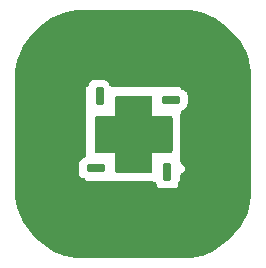
<source format=gbs>
G04 #@! TF.GenerationSoftware,KiCad,Pcbnew,6.0.6-1.fc36*
G04 #@! TF.CreationDate,2022-07-29T12:49:35+02:00*
G04 #@! TF.ProjectId,CosmicWatch-ventidue,436f736d-6963-4576-9174-63682d76656e,rev?*
G04 #@! TF.SameCoordinates,Original*
G04 #@! TF.FileFunction,Soldermask,Bot*
G04 #@! TF.FilePolarity,Negative*
%FSLAX46Y46*%
G04 Gerber Fmt 4.6, Leading zero omitted, Abs format (unit mm)*
G04 Created by KiCad (PCBNEW 6.0.6-1.fc36) date 2022-07-29 12:49:35*
%MOMM*%
%LPD*%
G01*
G04 APERTURE LIST*
G04 Aperture macros list*
%AMRoundRect*
0 Rectangle with rounded corners*
0 $1 Rounding radius*
0 $2 $3 $4 $5 $6 $7 $8 $9 X,Y pos of 4 corners*
0 Add a 4 corners polygon primitive as box body*
4,1,4,$2,$3,$4,$5,$6,$7,$8,$9,$2,$3,0*
0 Add four circle primitives for the rounded corners*
1,1,$1+$1,$2,$3*
1,1,$1+$1,$4,$5*
1,1,$1+$1,$6,$7*
1,1,$1+$1,$8,$9*
0 Add four rect primitives between the rounded corners*
20,1,$1+$1,$2,$3,$4,$5,0*
20,1,$1+$1,$4,$5,$6,$7,0*
20,1,$1+$1,$6,$7,$8,$9,0*
20,1,$1+$1,$8,$9,$2,$3,0*%
G04 Aperture macros list end*
%ADD10C,0.000100*%
%ADD11RoundRect,0.090000X0.210000X-0.647500X0.210000X0.647500X-0.210000X0.647500X-0.210000X-0.647500X0*%
%ADD12RoundRect,0.090000X-0.647500X-0.210000X0.647500X-0.210000X0.647500X0.210000X-0.647500X0.210000X0*%
%ADD13RoundRect,0.090000X-0.210000X0.647500X-0.210000X-0.647500X0.210000X-0.647500X0.210000X0.647500X0*%
%ADD14RoundRect,0.090000X0.647500X0.210000X-0.647500X0.210000X-0.647500X-0.210000X0.647500X-0.210000X0*%
G04 APERTURE END LIST*
G36*
X76362000Y-134251000D02*
G01*
X76384000Y-134255000D01*
X76394000Y-134257000D01*
X76405000Y-134260000D01*
X76425000Y-134268000D01*
X76445000Y-134278000D01*
X76463000Y-134290000D01*
X76481000Y-134304000D01*
X76488000Y-134312000D01*
X76496000Y-134319000D01*
X76510000Y-134337000D01*
X76522000Y-134355000D01*
X76532000Y-134375000D01*
X76540000Y-134395000D01*
X76543000Y-134406000D01*
X76545000Y-134416000D01*
X76549000Y-134438000D01*
X76550000Y-134449000D01*
X76550000Y-135950000D01*
X78051000Y-135950000D01*
X78062000Y-135951000D01*
X78084000Y-135955000D01*
X78094000Y-135957000D01*
X78105000Y-135960000D01*
X78125000Y-135968000D01*
X78145000Y-135978000D01*
X78163000Y-135990000D01*
X78181000Y-136004000D01*
X78188000Y-136012000D01*
X78196000Y-136019000D01*
X78210000Y-136037000D01*
X78222000Y-136055000D01*
X78232000Y-136075000D01*
X78240000Y-136095000D01*
X78243000Y-136106000D01*
X78245000Y-136116000D01*
X78249000Y-136138000D01*
X78250000Y-136149000D01*
X78250000Y-138832000D01*
X78249000Y-138844000D01*
X78245000Y-138868000D01*
X78242000Y-138880000D01*
X78239000Y-138891000D01*
X78235000Y-138902000D01*
X78230000Y-138914000D01*
X78225000Y-138924000D01*
X78219000Y-138935000D01*
X78213000Y-138945000D01*
X78199000Y-138965000D01*
X78183000Y-138983000D01*
X78165000Y-138999000D01*
X78145000Y-139013000D01*
X78135000Y-139019000D01*
X78124000Y-139025000D01*
X78114000Y-139030000D01*
X78102000Y-139035000D01*
X78091000Y-139039000D01*
X78080000Y-139042000D01*
X78068000Y-139045000D01*
X78044000Y-139049000D01*
X78032000Y-139050000D01*
X76550000Y-139050000D01*
X76550000Y-140551000D01*
X76549000Y-140562000D01*
X76545000Y-140584000D01*
X76543000Y-140594000D01*
X76540000Y-140605000D01*
X76532000Y-140625000D01*
X76522000Y-140645000D01*
X76510000Y-140663000D01*
X76496000Y-140681000D01*
X76488000Y-140688000D01*
X76481000Y-140696000D01*
X76463000Y-140710000D01*
X76445000Y-140722000D01*
X76425000Y-140732000D01*
X76405000Y-140740000D01*
X76394000Y-140743000D01*
X76384000Y-140745000D01*
X76362000Y-140749000D01*
X76351000Y-140750000D01*
X73649000Y-140750000D01*
X73638000Y-140749000D01*
X73616000Y-140745000D01*
X73606000Y-140743000D01*
X73595000Y-140740000D01*
X73575000Y-140732000D01*
X73555000Y-140722000D01*
X73537000Y-140710000D01*
X73519000Y-140696000D01*
X73512000Y-140688000D01*
X73504000Y-140681000D01*
X73490000Y-140663000D01*
X73478000Y-140645000D01*
X73468000Y-140625000D01*
X73460000Y-140605000D01*
X73457000Y-140594000D01*
X73455000Y-140584000D01*
X73451000Y-140562000D01*
X73450000Y-140551000D01*
X73450000Y-139050000D01*
X71958000Y-139050000D01*
X71947000Y-139049000D01*
X71936000Y-139047000D01*
X71924000Y-139045000D01*
X71913000Y-139043000D01*
X71891000Y-139035000D01*
X71881000Y-139031000D01*
X71870000Y-139026000D01*
X71860000Y-139021000D01*
X71850000Y-139015000D01*
X71832000Y-139001000D01*
X71823000Y-138993000D01*
X71814000Y-138986000D01*
X71807000Y-138977000D01*
X71799000Y-138968000D01*
X71785000Y-138950000D01*
X71779000Y-138940000D01*
X71774000Y-138930000D01*
X71769000Y-138919000D01*
X71765000Y-138909000D01*
X71757000Y-138887000D01*
X71755000Y-138876000D01*
X71753000Y-138864000D01*
X71751000Y-138853000D01*
X71750000Y-138842000D01*
X71750000Y-136149000D01*
X71751000Y-136138000D01*
X71755000Y-136116000D01*
X71757000Y-136106000D01*
X71760000Y-136095000D01*
X71768000Y-136075000D01*
X71778000Y-136055000D01*
X71790000Y-136037000D01*
X71804000Y-136019000D01*
X71812000Y-136012000D01*
X71819000Y-136004000D01*
X71837000Y-135990000D01*
X71855000Y-135978000D01*
X71875000Y-135968000D01*
X71895000Y-135960000D01*
X71906000Y-135957000D01*
X71916000Y-135955000D01*
X71938000Y-135951000D01*
X71949000Y-135950000D01*
X73450000Y-135950000D01*
X73450000Y-134458000D01*
X73451000Y-134447000D01*
X73453000Y-134436000D01*
X73455000Y-134424000D01*
X73457000Y-134413000D01*
X73465000Y-134391000D01*
X73469000Y-134381000D01*
X73474000Y-134370000D01*
X73479000Y-134360000D01*
X73485000Y-134350000D01*
X73499000Y-134332000D01*
X73507000Y-134323000D01*
X73514000Y-134314000D01*
X73523000Y-134307000D01*
X73532000Y-134299000D01*
X73550000Y-134285000D01*
X73560000Y-134279000D01*
X73570000Y-134274000D01*
X73581000Y-134269000D01*
X73591000Y-134265000D01*
X73613000Y-134257000D01*
X73624000Y-134255000D01*
X73636000Y-134253000D01*
X73647000Y-134251000D01*
X73658000Y-134250000D01*
X76351000Y-134250000D01*
X76362000Y-134251000D01*
G37*
D10*
X76362000Y-134251000D02*
X76384000Y-134255000D01*
X76394000Y-134257000D01*
X76405000Y-134260000D01*
X76425000Y-134268000D01*
X76445000Y-134278000D01*
X76463000Y-134290000D01*
X76481000Y-134304000D01*
X76488000Y-134312000D01*
X76496000Y-134319000D01*
X76510000Y-134337000D01*
X76522000Y-134355000D01*
X76532000Y-134375000D01*
X76540000Y-134395000D01*
X76543000Y-134406000D01*
X76545000Y-134416000D01*
X76549000Y-134438000D01*
X76550000Y-134449000D01*
X76550000Y-135950000D01*
X78051000Y-135950000D01*
X78062000Y-135951000D01*
X78084000Y-135955000D01*
X78094000Y-135957000D01*
X78105000Y-135960000D01*
X78125000Y-135968000D01*
X78145000Y-135978000D01*
X78163000Y-135990000D01*
X78181000Y-136004000D01*
X78188000Y-136012000D01*
X78196000Y-136019000D01*
X78210000Y-136037000D01*
X78222000Y-136055000D01*
X78232000Y-136075000D01*
X78240000Y-136095000D01*
X78243000Y-136106000D01*
X78245000Y-136116000D01*
X78249000Y-136138000D01*
X78250000Y-136149000D01*
X78250000Y-138832000D01*
X78249000Y-138844000D01*
X78245000Y-138868000D01*
X78242000Y-138880000D01*
X78239000Y-138891000D01*
X78235000Y-138902000D01*
X78230000Y-138914000D01*
X78225000Y-138924000D01*
X78219000Y-138935000D01*
X78213000Y-138945000D01*
X78199000Y-138965000D01*
X78183000Y-138983000D01*
X78165000Y-138999000D01*
X78145000Y-139013000D01*
X78135000Y-139019000D01*
X78124000Y-139025000D01*
X78114000Y-139030000D01*
X78102000Y-139035000D01*
X78091000Y-139039000D01*
X78080000Y-139042000D01*
X78068000Y-139045000D01*
X78044000Y-139049000D01*
X78032000Y-139050000D01*
X76550000Y-139050000D01*
X76550000Y-140551000D01*
X76549000Y-140562000D01*
X76545000Y-140584000D01*
X76543000Y-140594000D01*
X76540000Y-140605000D01*
X76532000Y-140625000D01*
X76522000Y-140645000D01*
X76510000Y-140663000D01*
X76496000Y-140681000D01*
X76488000Y-140688000D01*
X76481000Y-140696000D01*
X76463000Y-140710000D01*
X76445000Y-140722000D01*
X76425000Y-140732000D01*
X76405000Y-140740000D01*
X76394000Y-140743000D01*
X76384000Y-140745000D01*
X76362000Y-140749000D01*
X76351000Y-140750000D01*
X73649000Y-140750000D01*
X73638000Y-140749000D01*
X73616000Y-140745000D01*
X73606000Y-140743000D01*
X73595000Y-140740000D01*
X73575000Y-140732000D01*
X73555000Y-140722000D01*
X73537000Y-140710000D01*
X73519000Y-140696000D01*
X73512000Y-140688000D01*
X73504000Y-140681000D01*
X73490000Y-140663000D01*
X73478000Y-140645000D01*
X73468000Y-140625000D01*
X73460000Y-140605000D01*
X73457000Y-140594000D01*
X73455000Y-140584000D01*
X73451000Y-140562000D01*
X73450000Y-140551000D01*
X73450000Y-139050000D01*
X71958000Y-139050000D01*
X71947000Y-139049000D01*
X71936000Y-139047000D01*
X71924000Y-139045000D01*
X71913000Y-139043000D01*
X71891000Y-139035000D01*
X71881000Y-139031000D01*
X71870000Y-139026000D01*
X71860000Y-139021000D01*
X71850000Y-139015000D01*
X71832000Y-139001000D01*
X71823000Y-138993000D01*
X71814000Y-138986000D01*
X71807000Y-138977000D01*
X71799000Y-138968000D01*
X71785000Y-138950000D01*
X71779000Y-138940000D01*
X71774000Y-138930000D01*
X71769000Y-138919000D01*
X71765000Y-138909000D01*
X71757000Y-138887000D01*
X71755000Y-138876000D01*
X71753000Y-138864000D01*
X71751000Y-138853000D01*
X71750000Y-138842000D01*
X71750000Y-136149000D01*
X71751000Y-136138000D01*
X71755000Y-136116000D01*
X71757000Y-136106000D01*
X71760000Y-136095000D01*
X71768000Y-136075000D01*
X71778000Y-136055000D01*
X71790000Y-136037000D01*
X71804000Y-136019000D01*
X71812000Y-136012000D01*
X71819000Y-136004000D01*
X71837000Y-135990000D01*
X71855000Y-135978000D01*
X71875000Y-135968000D01*
X71895000Y-135960000D01*
X71906000Y-135957000D01*
X71916000Y-135955000D01*
X71938000Y-135951000D01*
X71949000Y-135950000D01*
X73450000Y-135950000D01*
X73450000Y-134458000D01*
X73451000Y-134447000D01*
X73453000Y-134436000D01*
X73455000Y-134424000D01*
X73457000Y-134413000D01*
X73465000Y-134391000D01*
X73469000Y-134381000D01*
X73474000Y-134370000D01*
X73479000Y-134360000D01*
X73485000Y-134350000D01*
X73499000Y-134332000D01*
X73507000Y-134323000D01*
X73514000Y-134314000D01*
X73523000Y-134307000D01*
X73532000Y-134299000D01*
X73550000Y-134285000D01*
X73560000Y-134279000D01*
X73570000Y-134274000D01*
X73581000Y-134269000D01*
X73591000Y-134265000D01*
X73613000Y-134257000D01*
X73624000Y-134255000D01*
X73636000Y-134253000D01*
X73647000Y-134251000D01*
X73658000Y-134250000D01*
X76351000Y-134250000D01*
X76362000Y-134251000D01*
D11*
X77850000Y-140687500D03*
D12*
X71812500Y-140350000D03*
D13*
X72150000Y-134312500D03*
D14*
X78187500Y-134650000D03*
G36*
X79431680Y-127000120D02*
G01*
X79859215Y-127018787D01*
X79870165Y-127019745D01*
X80291719Y-127075243D01*
X80302545Y-127077152D01*
X80717658Y-127169181D01*
X80728275Y-127172026D01*
X81133782Y-127299881D01*
X81144111Y-127303640D01*
X81536947Y-127466358D01*
X81546909Y-127471004D01*
X81924049Y-127667331D01*
X81933569Y-127672827D01*
X82292169Y-127901281D01*
X82301173Y-127907585D01*
X82638511Y-128166433D01*
X82646931Y-128173499D01*
X82962446Y-128462615D01*
X82966417Y-128466417D01*
X83533583Y-129033583D01*
X83537385Y-129037554D01*
X83826501Y-129353069D01*
X83833567Y-129361489D01*
X84092415Y-129698827D01*
X84098719Y-129707831D01*
X84327173Y-130066431D01*
X84332669Y-130075951D01*
X84528996Y-130453091D01*
X84533642Y-130463053D01*
X84696360Y-130855889D01*
X84700119Y-130866218D01*
X84827974Y-131271725D01*
X84830819Y-131282342D01*
X84922848Y-131697455D01*
X84924757Y-131708281D01*
X84980255Y-132129835D01*
X84981213Y-132140785D01*
X84999880Y-132568320D01*
X85000000Y-132573816D01*
X85000000Y-142426184D01*
X84999880Y-142431680D01*
X84981213Y-142859215D01*
X84980255Y-142870165D01*
X84924757Y-143291719D01*
X84922848Y-143302545D01*
X84830819Y-143717658D01*
X84827974Y-143728275D01*
X84700119Y-144133782D01*
X84696360Y-144144111D01*
X84533642Y-144536947D01*
X84528996Y-144546909D01*
X84332669Y-144924049D01*
X84327173Y-144933569D01*
X84098719Y-145292169D01*
X84092415Y-145301173D01*
X83833567Y-145638511D01*
X83826501Y-145646931D01*
X83537385Y-145962446D01*
X83533583Y-145966417D01*
X82966417Y-146533583D01*
X82962446Y-146537385D01*
X82646931Y-146826501D01*
X82638511Y-146833567D01*
X82301173Y-147092415D01*
X82292169Y-147098719D01*
X81933569Y-147327173D01*
X81924049Y-147332669D01*
X81546909Y-147528996D01*
X81536947Y-147533642D01*
X81144111Y-147696360D01*
X81133782Y-147700119D01*
X80728275Y-147827974D01*
X80717658Y-147830819D01*
X80302545Y-147922848D01*
X80291719Y-147924757D01*
X79870165Y-147980255D01*
X79859215Y-147981213D01*
X79431680Y-147999880D01*
X79426184Y-148000000D01*
X70573816Y-148000000D01*
X70568320Y-147999880D01*
X70140785Y-147981213D01*
X70129835Y-147980255D01*
X69708281Y-147924757D01*
X69697455Y-147922848D01*
X69282342Y-147830819D01*
X69271725Y-147827974D01*
X68866218Y-147700119D01*
X68855889Y-147696360D01*
X68463053Y-147533642D01*
X68453091Y-147528996D01*
X68075951Y-147332669D01*
X68066431Y-147327173D01*
X67707831Y-147098719D01*
X67698827Y-147092415D01*
X67361489Y-146833567D01*
X67353069Y-146826501D01*
X67037554Y-146537385D01*
X67033583Y-146533583D01*
X66466417Y-145966417D01*
X66462615Y-145962446D01*
X66173499Y-145646931D01*
X66166433Y-145638511D01*
X65907585Y-145301173D01*
X65901281Y-145292169D01*
X65672827Y-144933569D01*
X65667331Y-144924049D01*
X65471004Y-144546909D01*
X65466358Y-144536947D01*
X65303640Y-144144111D01*
X65299881Y-144133782D01*
X65172026Y-143728275D01*
X65169181Y-143717658D01*
X65077152Y-143302545D01*
X65075243Y-143291719D01*
X65019745Y-142870165D01*
X65018787Y-142859215D01*
X65000120Y-142431680D01*
X65000000Y-142426184D01*
X65000000Y-140778852D01*
X70400000Y-140778852D01*
X70400765Y-140788635D01*
X70419684Y-140908821D01*
X70425667Y-140927355D01*
X70478366Y-141031514D01*
X70489753Y-141047313D01*
X70571901Y-141130244D01*
X70587595Y-141141783D01*
X70695623Y-141197733D01*
X70704674Y-141201558D01*
X70886316Y-141262105D01*
X70921110Y-141280125D01*
X70941039Y-141294778D01*
X70986307Y-141357584D01*
X70999221Y-141397587D01*
X71000970Y-141402342D01*
X71022356Y-141453972D01*
X71039129Y-141474787D01*
X71088534Y-141495251D01*
X71112410Y-141500000D01*
X76687590Y-141500000D01*
X76712171Y-141502421D01*
X76790223Y-141517946D01*
X76835645Y-141536760D01*
X76891294Y-141573944D01*
X76926056Y-141608706D01*
X76963240Y-141664355D01*
X76982054Y-141709777D01*
X77020415Y-141902633D01*
X77029731Y-141925124D01*
X77080975Y-142001816D01*
X77098184Y-142019025D01*
X77174876Y-142070269D01*
X77197367Y-142079585D01*
X77293932Y-142098793D01*
X77306187Y-142100000D01*
X78493813Y-142100000D01*
X78506068Y-142098793D01*
X78602633Y-142079585D01*
X78625124Y-142070269D01*
X78701816Y-142019025D01*
X78719025Y-142001816D01*
X78770269Y-141925124D01*
X78779585Y-141902633D01*
X78798793Y-141806068D01*
X78800000Y-141793813D01*
X78800000Y-141625611D01*
X78820002Y-141557490D01*
X78877783Y-141509202D01*
X78953973Y-141477644D01*
X78974787Y-141460871D01*
X78995251Y-141411466D01*
X79000000Y-141387590D01*
X79000000Y-141035265D01*
X79002139Y-141012146D01*
X79020045Y-140916212D01*
X79036724Y-140873089D01*
X79081796Y-140800161D01*
X79112908Y-140765958D01*
X79190705Y-140707040D01*
X79210430Y-140694785D01*
X79215913Y-140692044D01*
X79225752Y-140685931D01*
X79306486Y-140624789D01*
X79321911Y-140607832D01*
X79372081Y-140526654D01*
X79380352Y-140505271D01*
X79397861Y-140411460D01*
X79397861Y-140388540D01*
X79380352Y-140294729D01*
X79372081Y-140273346D01*
X79321911Y-140192168D01*
X79306486Y-140175211D01*
X79225752Y-140114069D01*
X79215913Y-140107956D01*
X79210430Y-140105215D01*
X79190705Y-140092960D01*
X79112908Y-140034042D01*
X79081796Y-139999839D01*
X79036724Y-139926911D01*
X79020045Y-139883788D01*
X79002139Y-139787854D01*
X79000000Y-139764735D01*
X79000000Y-135826082D01*
X79001533Y-135806489D01*
X79018133Y-135701033D01*
X79030171Y-135663743D01*
X79073862Y-135577388D01*
X79096774Y-135545599D01*
X79164882Y-135476842D01*
X79196452Y-135453630D01*
X79412405Y-135341783D01*
X79428099Y-135330244D01*
X79510247Y-135247313D01*
X79521634Y-135231514D01*
X79574333Y-135127355D01*
X79580316Y-135108821D01*
X79599235Y-134988635D01*
X79600000Y-134978852D01*
X79600000Y-134221148D01*
X79599235Y-134211365D01*
X79580316Y-134091179D01*
X79574333Y-134072645D01*
X79521634Y-133968486D01*
X79510247Y-133952687D01*
X79428099Y-133869756D01*
X79412405Y-133858217D01*
X79304377Y-133802267D01*
X79295326Y-133798442D01*
X79113684Y-133737895D01*
X79078890Y-133719875D01*
X79058961Y-133705222D01*
X79013693Y-133642416D01*
X79000779Y-133602413D01*
X78999030Y-133597658D01*
X78977644Y-133546028D01*
X78960871Y-133525213D01*
X78911466Y-133504749D01*
X78887590Y-133500000D01*
X73326082Y-133500000D01*
X73306489Y-133498467D01*
X73201033Y-133481867D01*
X73163743Y-133469829D01*
X73077388Y-133426138D01*
X73045599Y-133403226D01*
X72976842Y-133335118D01*
X72953630Y-133303548D01*
X72841783Y-133087595D01*
X72830244Y-133071901D01*
X72747313Y-132989753D01*
X72731514Y-132978366D01*
X72627355Y-132925667D01*
X72608821Y-132919684D01*
X72488635Y-132900765D01*
X72478852Y-132900000D01*
X71721148Y-132900000D01*
X71711365Y-132900765D01*
X71591179Y-132919684D01*
X71572645Y-132925667D01*
X71468486Y-132978366D01*
X71452687Y-132989753D01*
X71369756Y-133071901D01*
X71358217Y-133087595D01*
X71302267Y-133195623D01*
X71298442Y-133204674D01*
X71237895Y-133386316D01*
X71219875Y-133421110D01*
X71205222Y-133441039D01*
X71142416Y-133486307D01*
X71102413Y-133499221D01*
X71097658Y-133500970D01*
X71046028Y-133522356D01*
X71025213Y-133539129D01*
X71004749Y-133588534D01*
X71000000Y-133612410D01*
X71000000Y-139173918D01*
X70998467Y-139193511D01*
X70981867Y-139298967D01*
X70969829Y-139336257D01*
X70926138Y-139422612D01*
X70903226Y-139454401D01*
X70835118Y-139523158D01*
X70803548Y-139546370D01*
X70587595Y-139658217D01*
X70571901Y-139669756D01*
X70489753Y-139752687D01*
X70478366Y-139768486D01*
X70425667Y-139872645D01*
X70419684Y-139891179D01*
X70400765Y-140011365D01*
X70400000Y-140021148D01*
X70400000Y-140778852D01*
X65000000Y-140778852D01*
X65000000Y-132573816D01*
X65000120Y-132568320D01*
X65018787Y-132140785D01*
X65019745Y-132129835D01*
X65075243Y-131708281D01*
X65077152Y-131697455D01*
X65169181Y-131282342D01*
X65172026Y-131271725D01*
X65299881Y-130866218D01*
X65303640Y-130855889D01*
X65466358Y-130463053D01*
X65471004Y-130453091D01*
X65667331Y-130075951D01*
X65672827Y-130066431D01*
X65901281Y-129707831D01*
X65907585Y-129698827D01*
X66166433Y-129361489D01*
X66173499Y-129353069D01*
X66462615Y-129037554D01*
X66466417Y-129033583D01*
X67033583Y-128466417D01*
X67037554Y-128462615D01*
X67353069Y-128173499D01*
X67361489Y-128166433D01*
X67698827Y-127907585D01*
X67707831Y-127901281D01*
X68066431Y-127672827D01*
X68075951Y-127667331D01*
X68453091Y-127471004D01*
X68463053Y-127466358D01*
X68855889Y-127303640D01*
X68866218Y-127299881D01*
X69271725Y-127172026D01*
X69282342Y-127169181D01*
X69697455Y-127077152D01*
X69708281Y-127075243D01*
X70129835Y-127019745D01*
X70140785Y-127018787D01*
X70568320Y-127000120D01*
X70573816Y-127000000D01*
X79426184Y-127000000D01*
X79431680Y-127000120D01*
G37*
M02*

</source>
